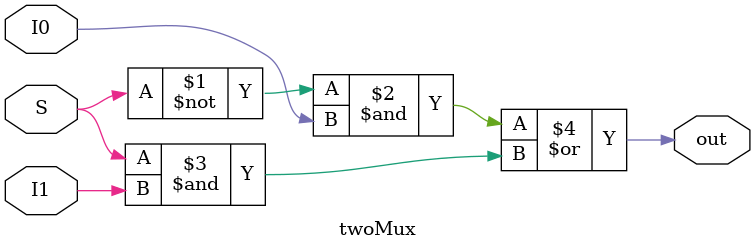
<source format=v>
module twoMux(S,I0,I1,out);
input S,I0,I1;
output out;

assign out=~S&I0|S&I1;
endmodule

</source>
